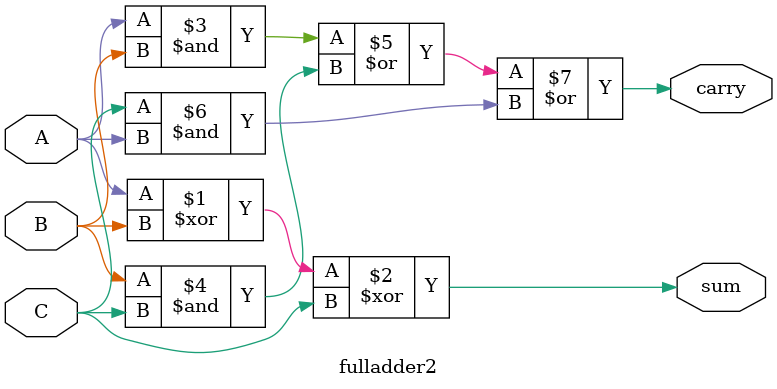
<source format=v>
module fulladder2(A, B, C, sum, carry);
	input A, B;
	input C;
	output sum, carry;
	assign sum = (A^B)^C;
	assign carry = (A&B)|(B&C)|(C&A);
endmodule

</source>
